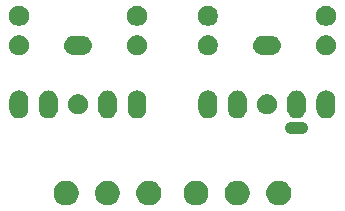
<source format=gbr>
G04 #@! TF.GenerationSoftware,KiCad,Pcbnew,(5.1.2)-1*
G04 #@! TF.CreationDate,2020-11-28T18:44:11+01:00*
G04 #@! TF.ProjectId,Kicad_Tweezers,4b696361-645f-4547-9765-657a6572732e,rev?*
G04 #@! TF.SameCoordinates,Original*
G04 #@! TF.FileFunction,Soldermask,Bot*
G04 #@! TF.FilePolarity,Negative*
%FSLAX46Y46*%
G04 Gerber Fmt 4.6, Leading zero omitted, Abs format (unit mm)*
G04 Created by KiCad (PCBNEW (5.1.2)-1) date 2020-11-28 18:44:11*
%MOMM*%
%LPD*%
G04 APERTURE LIST*
%ADD10C,1.000000*%
%ADD11C,0.100000*%
G04 APERTURE END LIST*
D10*
X143000000Y-98000000D02*
X144000000Y-98000000D01*
D11*
G36*
X127806564Y-102489389D02*
G01*
X127997833Y-102568615D01*
X127997835Y-102568616D01*
X128169973Y-102683635D01*
X128316365Y-102830027D01*
X128431385Y-103002167D01*
X128510611Y-103193436D01*
X128551000Y-103396484D01*
X128551000Y-103603516D01*
X128510611Y-103806564D01*
X128431385Y-103997833D01*
X128431384Y-103997835D01*
X128316365Y-104169973D01*
X128169973Y-104316365D01*
X127997835Y-104431384D01*
X127997834Y-104431385D01*
X127997833Y-104431385D01*
X127806564Y-104510611D01*
X127603516Y-104551000D01*
X127396484Y-104551000D01*
X127193436Y-104510611D01*
X127002167Y-104431385D01*
X127002166Y-104431385D01*
X127002165Y-104431384D01*
X126830027Y-104316365D01*
X126683635Y-104169973D01*
X126568616Y-103997835D01*
X126568615Y-103997833D01*
X126489389Y-103806564D01*
X126449000Y-103603516D01*
X126449000Y-103396484D01*
X126489389Y-103193436D01*
X126568615Y-103002167D01*
X126683635Y-102830027D01*
X126830027Y-102683635D01*
X127002165Y-102568616D01*
X127002167Y-102568615D01*
X127193436Y-102489389D01*
X127396484Y-102449000D01*
X127603516Y-102449000D01*
X127806564Y-102489389D01*
X127806564Y-102489389D01*
G37*
G36*
X131306564Y-102489389D02*
G01*
X131497833Y-102568615D01*
X131497835Y-102568616D01*
X131669973Y-102683635D01*
X131816365Y-102830027D01*
X131931385Y-103002167D01*
X132010611Y-103193436D01*
X132051000Y-103396484D01*
X132051000Y-103603516D01*
X132010611Y-103806564D01*
X131931385Y-103997833D01*
X131931384Y-103997835D01*
X131816365Y-104169973D01*
X131669973Y-104316365D01*
X131497835Y-104431384D01*
X131497834Y-104431385D01*
X131497833Y-104431385D01*
X131306564Y-104510611D01*
X131103516Y-104551000D01*
X130896484Y-104551000D01*
X130693436Y-104510611D01*
X130502167Y-104431385D01*
X130502166Y-104431385D01*
X130502165Y-104431384D01*
X130330027Y-104316365D01*
X130183635Y-104169973D01*
X130068616Y-103997835D01*
X130068615Y-103997833D01*
X129989389Y-103806564D01*
X129949000Y-103603516D01*
X129949000Y-103396484D01*
X129989389Y-103193436D01*
X130068615Y-103002167D01*
X130183635Y-102830027D01*
X130330027Y-102683635D01*
X130502165Y-102568616D01*
X130502167Y-102568615D01*
X130693436Y-102489389D01*
X130896484Y-102449000D01*
X131103516Y-102449000D01*
X131306564Y-102489389D01*
X131306564Y-102489389D01*
G37*
G36*
X135306564Y-102489389D02*
G01*
X135497833Y-102568615D01*
X135497835Y-102568616D01*
X135669973Y-102683635D01*
X135816365Y-102830027D01*
X135931385Y-103002167D01*
X136010611Y-103193436D01*
X136051000Y-103396484D01*
X136051000Y-103603516D01*
X136010611Y-103806564D01*
X135931385Y-103997833D01*
X135931384Y-103997835D01*
X135816365Y-104169973D01*
X135669973Y-104316365D01*
X135497835Y-104431384D01*
X135497834Y-104431385D01*
X135497833Y-104431385D01*
X135306564Y-104510611D01*
X135103516Y-104551000D01*
X134896484Y-104551000D01*
X134693436Y-104510611D01*
X134502167Y-104431385D01*
X134502166Y-104431385D01*
X134502165Y-104431384D01*
X134330027Y-104316365D01*
X134183635Y-104169973D01*
X134068616Y-103997835D01*
X134068615Y-103997833D01*
X133989389Y-103806564D01*
X133949000Y-103603516D01*
X133949000Y-103396484D01*
X133989389Y-103193436D01*
X134068615Y-103002167D01*
X134183635Y-102830027D01*
X134330027Y-102683635D01*
X134502165Y-102568616D01*
X134502167Y-102568615D01*
X134693436Y-102489389D01*
X134896484Y-102449000D01*
X135103516Y-102449000D01*
X135306564Y-102489389D01*
X135306564Y-102489389D01*
G37*
G36*
X124306564Y-102489389D02*
G01*
X124497833Y-102568615D01*
X124497835Y-102568616D01*
X124669973Y-102683635D01*
X124816365Y-102830027D01*
X124931385Y-103002167D01*
X125010611Y-103193436D01*
X125051000Y-103396484D01*
X125051000Y-103603516D01*
X125010611Y-103806564D01*
X124931385Y-103997833D01*
X124931384Y-103997835D01*
X124816365Y-104169973D01*
X124669973Y-104316365D01*
X124497835Y-104431384D01*
X124497834Y-104431385D01*
X124497833Y-104431385D01*
X124306564Y-104510611D01*
X124103516Y-104551000D01*
X123896484Y-104551000D01*
X123693436Y-104510611D01*
X123502167Y-104431385D01*
X123502166Y-104431385D01*
X123502165Y-104431384D01*
X123330027Y-104316365D01*
X123183635Y-104169973D01*
X123068616Y-103997835D01*
X123068615Y-103997833D01*
X122989389Y-103806564D01*
X122949000Y-103603516D01*
X122949000Y-103396484D01*
X122989389Y-103193436D01*
X123068615Y-103002167D01*
X123183635Y-102830027D01*
X123330027Y-102683635D01*
X123502165Y-102568616D01*
X123502167Y-102568615D01*
X123693436Y-102489389D01*
X123896484Y-102449000D01*
X124103516Y-102449000D01*
X124306564Y-102489389D01*
X124306564Y-102489389D01*
G37*
G36*
X142306564Y-102489389D02*
G01*
X142497833Y-102568615D01*
X142497835Y-102568616D01*
X142669973Y-102683635D01*
X142816365Y-102830027D01*
X142931385Y-103002167D01*
X143010611Y-103193436D01*
X143051000Y-103396484D01*
X143051000Y-103603516D01*
X143010611Y-103806564D01*
X142931385Y-103997833D01*
X142931384Y-103997835D01*
X142816365Y-104169973D01*
X142669973Y-104316365D01*
X142497835Y-104431384D01*
X142497834Y-104431385D01*
X142497833Y-104431385D01*
X142306564Y-104510611D01*
X142103516Y-104551000D01*
X141896484Y-104551000D01*
X141693436Y-104510611D01*
X141502167Y-104431385D01*
X141502166Y-104431385D01*
X141502165Y-104431384D01*
X141330027Y-104316365D01*
X141183635Y-104169973D01*
X141068616Y-103997835D01*
X141068615Y-103997833D01*
X140989389Y-103806564D01*
X140949000Y-103603516D01*
X140949000Y-103396484D01*
X140989389Y-103193436D01*
X141068615Y-103002167D01*
X141183635Y-102830027D01*
X141330027Y-102683635D01*
X141502165Y-102568616D01*
X141502167Y-102568615D01*
X141693436Y-102489389D01*
X141896484Y-102449000D01*
X142103516Y-102449000D01*
X142306564Y-102489389D01*
X142306564Y-102489389D01*
G37*
G36*
X138806564Y-102489389D02*
G01*
X138997833Y-102568615D01*
X138997835Y-102568616D01*
X139169973Y-102683635D01*
X139316365Y-102830027D01*
X139431385Y-103002167D01*
X139510611Y-103193436D01*
X139551000Y-103396484D01*
X139551000Y-103603516D01*
X139510611Y-103806564D01*
X139431385Y-103997833D01*
X139431384Y-103997835D01*
X139316365Y-104169973D01*
X139169973Y-104316365D01*
X138997835Y-104431384D01*
X138997834Y-104431385D01*
X138997833Y-104431385D01*
X138806564Y-104510611D01*
X138603516Y-104551000D01*
X138396484Y-104551000D01*
X138193436Y-104510611D01*
X138002167Y-104431385D01*
X138002166Y-104431385D01*
X138002165Y-104431384D01*
X137830027Y-104316365D01*
X137683635Y-104169973D01*
X137568616Y-103997835D01*
X137568615Y-103997833D01*
X137489389Y-103806564D01*
X137449000Y-103603516D01*
X137449000Y-103396484D01*
X137489389Y-103193436D01*
X137568615Y-103002167D01*
X137683635Y-102830027D01*
X137830027Y-102683635D01*
X138002165Y-102568616D01*
X138002167Y-102568615D01*
X138193436Y-102489389D01*
X138396484Y-102449000D01*
X138603516Y-102449000D01*
X138806564Y-102489389D01*
X138806564Y-102489389D01*
G37*
G36*
X143657022Y-94835590D02*
G01*
X143757681Y-94866125D01*
X143808012Y-94881392D01*
X143947164Y-94955771D01*
X144069133Y-95055867D01*
X144145565Y-95149000D01*
X144169229Y-95177835D01*
X144243608Y-95316987D01*
X144250281Y-95338985D01*
X144289410Y-95467977D01*
X144301000Y-95585655D01*
X144301000Y-96414345D01*
X144289410Y-96532023D01*
X144258875Y-96632682D01*
X144243608Y-96683013D01*
X144169229Y-96822165D01*
X144069133Y-96944133D01*
X143947165Y-97044229D01*
X143808013Y-97118608D01*
X143757682Y-97133875D01*
X143657023Y-97164410D01*
X143500000Y-97179875D01*
X143342978Y-97164410D01*
X143242319Y-97133875D01*
X143191988Y-97118608D01*
X143052836Y-97044229D01*
X142930868Y-96944133D01*
X142830772Y-96822165D01*
X142756393Y-96683013D01*
X142741125Y-96632682D01*
X142710590Y-96532023D01*
X142699000Y-96414345D01*
X142699000Y-95585656D01*
X142710590Y-95467978D01*
X142741125Y-95367319D01*
X142756392Y-95316988D01*
X142830771Y-95177836D01*
X142854436Y-95149000D01*
X142930867Y-95055867D01*
X143052835Y-94955771D01*
X143191987Y-94881392D01*
X143242318Y-94866125D01*
X143342977Y-94835590D01*
X143500000Y-94820125D01*
X143657022Y-94835590D01*
X143657022Y-94835590D01*
G37*
G36*
X146157022Y-94835590D02*
G01*
X146257681Y-94866125D01*
X146308012Y-94881392D01*
X146447164Y-94955771D01*
X146569133Y-95055867D01*
X146645565Y-95149000D01*
X146669229Y-95177835D01*
X146743608Y-95316987D01*
X146750281Y-95338985D01*
X146789410Y-95467977D01*
X146801000Y-95585655D01*
X146801000Y-96414345D01*
X146789410Y-96532023D01*
X146758875Y-96632682D01*
X146743608Y-96683013D01*
X146669229Y-96822165D01*
X146569133Y-96944133D01*
X146447165Y-97044229D01*
X146308013Y-97118608D01*
X146257682Y-97133875D01*
X146157023Y-97164410D01*
X146000000Y-97179875D01*
X145842978Y-97164410D01*
X145742319Y-97133875D01*
X145691988Y-97118608D01*
X145552836Y-97044229D01*
X145430868Y-96944133D01*
X145330772Y-96822165D01*
X145256393Y-96683013D01*
X145241125Y-96632682D01*
X145210590Y-96532023D01*
X145199000Y-96414345D01*
X145199000Y-95585656D01*
X145210590Y-95467978D01*
X145241125Y-95367319D01*
X145256392Y-95316988D01*
X145330771Y-95177836D01*
X145354436Y-95149000D01*
X145430867Y-95055867D01*
X145552835Y-94955771D01*
X145691987Y-94881392D01*
X145742318Y-94866125D01*
X145842977Y-94835590D01*
X146000000Y-94820125D01*
X146157022Y-94835590D01*
X146157022Y-94835590D01*
G37*
G36*
X136157022Y-94835590D02*
G01*
X136257681Y-94866125D01*
X136308012Y-94881392D01*
X136447164Y-94955771D01*
X136569133Y-95055867D01*
X136645565Y-95149000D01*
X136669229Y-95177835D01*
X136743608Y-95316987D01*
X136750281Y-95338985D01*
X136789410Y-95467977D01*
X136801000Y-95585655D01*
X136801000Y-96414345D01*
X136789410Y-96532023D01*
X136758875Y-96632682D01*
X136743608Y-96683013D01*
X136669229Y-96822165D01*
X136569133Y-96944133D01*
X136447165Y-97044229D01*
X136308013Y-97118608D01*
X136257682Y-97133875D01*
X136157023Y-97164410D01*
X136000000Y-97179875D01*
X135842978Y-97164410D01*
X135742319Y-97133875D01*
X135691988Y-97118608D01*
X135552836Y-97044229D01*
X135430868Y-96944133D01*
X135330772Y-96822165D01*
X135256393Y-96683013D01*
X135241125Y-96632682D01*
X135210590Y-96532023D01*
X135199000Y-96414345D01*
X135199000Y-95585656D01*
X135210590Y-95467978D01*
X135241125Y-95367319D01*
X135256392Y-95316988D01*
X135330771Y-95177836D01*
X135354436Y-95149000D01*
X135430867Y-95055867D01*
X135552835Y-94955771D01*
X135691987Y-94881392D01*
X135742318Y-94866125D01*
X135842977Y-94835590D01*
X136000000Y-94820125D01*
X136157022Y-94835590D01*
X136157022Y-94835590D01*
G37*
G36*
X138657022Y-94835590D02*
G01*
X138757681Y-94866125D01*
X138808012Y-94881392D01*
X138947164Y-94955771D01*
X139069133Y-95055867D01*
X139145565Y-95149000D01*
X139169229Y-95177835D01*
X139243608Y-95316987D01*
X139250281Y-95338985D01*
X139289410Y-95467977D01*
X139301000Y-95585655D01*
X139301000Y-96414345D01*
X139289410Y-96532023D01*
X139258875Y-96632682D01*
X139243608Y-96683013D01*
X139169229Y-96822165D01*
X139069133Y-96944133D01*
X138947165Y-97044229D01*
X138808013Y-97118608D01*
X138757682Y-97133875D01*
X138657023Y-97164410D01*
X138500000Y-97179875D01*
X138342978Y-97164410D01*
X138242319Y-97133875D01*
X138191988Y-97118608D01*
X138052836Y-97044229D01*
X137930868Y-96944133D01*
X137830772Y-96822165D01*
X137756393Y-96683013D01*
X137741125Y-96632682D01*
X137710590Y-96532023D01*
X137699000Y-96414345D01*
X137699000Y-95585656D01*
X137710590Y-95467978D01*
X137741125Y-95367319D01*
X137756392Y-95316988D01*
X137830771Y-95177836D01*
X137854436Y-95149000D01*
X137930867Y-95055867D01*
X138052835Y-94955771D01*
X138191987Y-94881392D01*
X138242318Y-94866125D01*
X138342977Y-94835590D01*
X138500000Y-94820125D01*
X138657022Y-94835590D01*
X138657022Y-94835590D01*
G37*
G36*
X130157022Y-94835590D02*
G01*
X130257681Y-94866125D01*
X130308012Y-94881392D01*
X130447164Y-94955771D01*
X130569133Y-95055867D01*
X130645565Y-95149000D01*
X130669229Y-95177835D01*
X130743608Y-95316987D01*
X130750281Y-95338985D01*
X130789410Y-95467977D01*
X130801000Y-95585655D01*
X130801000Y-96414345D01*
X130789410Y-96532023D01*
X130758875Y-96632682D01*
X130743608Y-96683013D01*
X130669229Y-96822165D01*
X130569133Y-96944133D01*
X130447165Y-97044229D01*
X130308013Y-97118608D01*
X130257682Y-97133875D01*
X130157023Y-97164410D01*
X130000000Y-97179875D01*
X129842978Y-97164410D01*
X129742319Y-97133875D01*
X129691988Y-97118608D01*
X129552836Y-97044229D01*
X129430868Y-96944133D01*
X129330772Y-96822165D01*
X129256393Y-96683013D01*
X129241125Y-96632682D01*
X129210590Y-96532023D01*
X129199000Y-96414345D01*
X129199000Y-95585656D01*
X129210590Y-95467978D01*
X129241125Y-95367319D01*
X129256392Y-95316988D01*
X129330771Y-95177836D01*
X129354436Y-95149000D01*
X129430867Y-95055867D01*
X129552835Y-94955771D01*
X129691987Y-94881392D01*
X129742318Y-94866125D01*
X129842977Y-94835590D01*
X130000000Y-94820125D01*
X130157022Y-94835590D01*
X130157022Y-94835590D01*
G37*
G36*
X120157022Y-94835590D02*
G01*
X120257681Y-94866125D01*
X120308012Y-94881392D01*
X120447164Y-94955771D01*
X120569133Y-95055867D01*
X120645565Y-95149000D01*
X120669229Y-95177835D01*
X120743608Y-95316987D01*
X120750281Y-95338985D01*
X120789410Y-95467977D01*
X120801000Y-95585655D01*
X120801000Y-96414345D01*
X120789410Y-96532023D01*
X120758875Y-96632682D01*
X120743608Y-96683013D01*
X120669229Y-96822165D01*
X120569133Y-96944133D01*
X120447165Y-97044229D01*
X120308013Y-97118608D01*
X120257682Y-97133875D01*
X120157023Y-97164410D01*
X120000000Y-97179875D01*
X119842978Y-97164410D01*
X119742319Y-97133875D01*
X119691988Y-97118608D01*
X119552836Y-97044229D01*
X119430868Y-96944133D01*
X119330772Y-96822165D01*
X119256393Y-96683013D01*
X119241125Y-96632682D01*
X119210590Y-96532023D01*
X119199000Y-96414345D01*
X119199000Y-95585656D01*
X119210590Y-95467978D01*
X119241125Y-95367319D01*
X119256392Y-95316988D01*
X119330771Y-95177836D01*
X119354436Y-95149000D01*
X119430867Y-95055867D01*
X119552835Y-94955771D01*
X119691987Y-94881392D01*
X119742318Y-94866125D01*
X119842977Y-94835590D01*
X120000000Y-94820125D01*
X120157022Y-94835590D01*
X120157022Y-94835590D01*
G37*
G36*
X122657022Y-94835590D02*
G01*
X122757681Y-94866125D01*
X122808012Y-94881392D01*
X122947164Y-94955771D01*
X123069133Y-95055867D01*
X123145565Y-95149000D01*
X123169229Y-95177835D01*
X123243608Y-95316987D01*
X123250281Y-95338985D01*
X123289410Y-95467977D01*
X123301000Y-95585655D01*
X123301000Y-96414345D01*
X123289410Y-96532023D01*
X123258875Y-96632682D01*
X123243608Y-96683013D01*
X123169229Y-96822165D01*
X123069133Y-96944133D01*
X122947165Y-97044229D01*
X122808013Y-97118608D01*
X122757682Y-97133875D01*
X122657023Y-97164410D01*
X122500000Y-97179875D01*
X122342978Y-97164410D01*
X122242319Y-97133875D01*
X122191988Y-97118608D01*
X122052836Y-97044229D01*
X121930868Y-96944133D01*
X121830772Y-96822165D01*
X121756393Y-96683013D01*
X121741125Y-96632682D01*
X121710590Y-96532023D01*
X121699000Y-96414345D01*
X121699000Y-95585656D01*
X121710590Y-95467978D01*
X121741125Y-95367319D01*
X121756392Y-95316988D01*
X121830771Y-95177836D01*
X121854436Y-95149000D01*
X121930867Y-95055867D01*
X122052835Y-94955771D01*
X122191987Y-94881392D01*
X122242318Y-94866125D01*
X122342977Y-94835590D01*
X122500000Y-94820125D01*
X122657022Y-94835590D01*
X122657022Y-94835590D01*
G37*
G36*
X127657022Y-94835590D02*
G01*
X127757681Y-94866125D01*
X127808012Y-94881392D01*
X127947164Y-94955771D01*
X128069133Y-95055867D01*
X128145565Y-95149000D01*
X128169229Y-95177835D01*
X128243608Y-95316987D01*
X128250281Y-95338985D01*
X128289410Y-95467977D01*
X128301000Y-95585655D01*
X128301000Y-96414345D01*
X128289410Y-96532023D01*
X128258875Y-96632682D01*
X128243608Y-96683013D01*
X128169229Y-96822165D01*
X128069133Y-96944133D01*
X127947165Y-97044229D01*
X127808013Y-97118608D01*
X127757682Y-97133875D01*
X127657023Y-97164410D01*
X127500000Y-97179875D01*
X127342978Y-97164410D01*
X127242319Y-97133875D01*
X127191988Y-97118608D01*
X127052836Y-97044229D01*
X126930868Y-96944133D01*
X126830772Y-96822165D01*
X126756393Y-96683013D01*
X126741125Y-96632682D01*
X126710590Y-96532023D01*
X126699000Y-96414345D01*
X126699000Y-95585656D01*
X126710590Y-95467978D01*
X126741125Y-95367319D01*
X126756392Y-95316988D01*
X126830771Y-95177836D01*
X126854436Y-95149000D01*
X126930867Y-95055867D01*
X127052835Y-94955771D01*
X127191987Y-94881392D01*
X127242318Y-94866125D01*
X127342977Y-94835590D01*
X127500000Y-94820125D01*
X127657022Y-94835590D01*
X127657022Y-94835590D01*
G37*
G36*
X141248228Y-95181703D02*
G01*
X141403100Y-95245853D01*
X141542481Y-95338985D01*
X141661015Y-95457519D01*
X141754147Y-95596900D01*
X141818297Y-95751772D01*
X141851000Y-95916184D01*
X141851000Y-96083816D01*
X141818297Y-96248228D01*
X141754147Y-96403100D01*
X141661015Y-96542481D01*
X141542481Y-96661015D01*
X141403100Y-96754147D01*
X141248228Y-96818297D01*
X141083816Y-96851000D01*
X140916184Y-96851000D01*
X140751772Y-96818297D01*
X140596900Y-96754147D01*
X140457519Y-96661015D01*
X140338985Y-96542481D01*
X140245853Y-96403100D01*
X140181703Y-96248228D01*
X140149000Y-96083816D01*
X140149000Y-95916184D01*
X140181703Y-95751772D01*
X140245853Y-95596900D01*
X140338985Y-95457519D01*
X140457519Y-95338985D01*
X140596900Y-95245853D01*
X140751772Y-95181703D01*
X140916184Y-95149000D01*
X141083816Y-95149000D01*
X141248228Y-95181703D01*
X141248228Y-95181703D01*
G37*
G36*
X125248228Y-95181703D02*
G01*
X125403100Y-95245853D01*
X125542481Y-95338985D01*
X125661015Y-95457519D01*
X125754147Y-95596900D01*
X125818297Y-95751772D01*
X125851000Y-95916184D01*
X125851000Y-96083816D01*
X125818297Y-96248228D01*
X125754147Y-96403100D01*
X125661015Y-96542481D01*
X125542481Y-96661015D01*
X125403100Y-96754147D01*
X125248228Y-96818297D01*
X125083816Y-96851000D01*
X124916184Y-96851000D01*
X124751772Y-96818297D01*
X124596900Y-96754147D01*
X124457519Y-96661015D01*
X124338985Y-96542481D01*
X124245853Y-96403100D01*
X124181703Y-96248228D01*
X124149000Y-96083816D01*
X124149000Y-95916184D01*
X124181703Y-95751772D01*
X124245853Y-95596900D01*
X124338985Y-95457519D01*
X124457519Y-95338985D01*
X124596900Y-95245853D01*
X124751772Y-95181703D01*
X124916184Y-95149000D01*
X125083816Y-95149000D01*
X125248228Y-95181703D01*
X125248228Y-95181703D01*
G37*
G36*
X120248228Y-90181703D02*
G01*
X120403100Y-90245853D01*
X120542481Y-90338985D01*
X120661015Y-90457519D01*
X120754147Y-90596900D01*
X120818297Y-90751772D01*
X120851000Y-90916184D01*
X120851000Y-91083816D01*
X120818297Y-91248228D01*
X120754147Y-91403100D01*
X120661015Y-91542481D01*
X120542481Y-91661015D01*
X120403100Y-91754147D01*
X120248228Y-91818297D01*
X120083816Y-91851000D01*
X119916184Y-91851000D01*
X119751772Y-91818297D01*
X119596900Y-91754147D01*
X119457519Y-91661015D01*
X119338985Y-91542481D01*
X119245853Y-91403100D01*
X119181703Y-91248228D01*
X119149000Y-91083816D01*
X119149000Y-90916184D01*
X119181703Y-90751772D01*
X119245853Y-90596900D01*
X119338985Y-90457519D01*
X119457519Y-90338985D01*
X119596900Y-90245853D01*
X119751772Y-90181703D01*
X119916184Y-90149000D01*
X120083816Y-90149000D01*
X120248228Y-90181703D01*
X120248228Y-90181703D01*
G37*
G36*
X130248228Y-90181703D02*
G01*
X130403100Y-90245853D01*
X130542481Y-90338985D01*
X130661015Y-90457519D01*
X130754147Y-90596900D01*
X130818297Y-90751772D01*
X130851000Y-90916184D01*
X130851000Y-91083816D01*
X130818297Y-91248228D01*
X130754147Y-91403100D01*
X130661015Y-91542481D01*
X130542481Y-91661015D01*
X130403100Y-91754147D01*
X130248228Y-91818297D01*
X130083816Y-91851000D01*
X129916184Y-91851000D01*
X129751772Y-91818297D01*
X129596900Y-91754147D01*
X129457519Y-91661015D01*
X129338985Y-91542481D01*
X129245853Y-91403100D01*
X129181703Y-91248228D01*
X129149000Y-91083816D01*
X129149000Y-90916184D01*
X129181703Y-90751772D01*
X129245853Y-90596900D01*
X129338985Y-90457519D01*
X129457519Y-90338985D01*
X129596900Y-90245853D01*
X129751772Y-90181703D01*
X129916184Y-90149000D01*
X130083816Y-90149000D01*
X130248228Y-90181703D01*
X130248228Y-90181703D01*
G37*
G36*
X136248228Y-90181703D02*
G01*
X136403100Y-90245853D01*
X136542481Y-90338985D01*
X136661015Y-90457519D01*
X136754147Y-90596900D01*
X136818297Y-90751772D01*
X136851000Y-90916184D01*
X136851000Y-91083816D01*
X136818297Y-91248228D01*
X136754147Y-91403100D01*
X136661015Y-91542481D01*
X136542481Y-91661015D01*
X136403100Y-91754147D01*
X136248228Y-91818297D01*
X136083816Y-91851000D01*
X135916184Y-91851000D01*
X135751772Y-91818297D01*
X135596900Y-91754147D01*
X135457519Y-91661015D01*
X135338985Y-91542481D01*
X135245853Y-91403100D01*
X135181703Y-91248228D01*
X135149000Y-91083816D01*
X135149000Y-90916184D01*
X135181703Y-90751772D01*
X135245853Y-90596900D01*
X135338985Y-90457519D01*
X135457519Y-90338985D01*
X135596900Y-90245853D01*
X135751772Y-90181703D01*
X135916184Y-90149000D01*
X136083816Y-90149000D01*
X136248228Y-90181703D01*
X136248228Y-90181703D01*
G37*
G36*
X146248228Y-90181703D02*
G01*
X146403100Y-90245853D01*
X146542481Y-90338985D01*
X146661015Y-90457519D01*
X146754147Y-90596900D01*
X146818297Y-90751772D01*
X146851000Y-90916184D01*
X146851000Y-91083816D01*
X146818297Y-91248228D01*
X146754147Y-91403100D01*
X146661015Y-91542481D01*
X146542481Y-91661015D01*
X146403100Y-91754147D01*
X146248228Y-91818297D01*
X146083816Y-91851000D01*
X145916184Y-91851000D01*
X145751772Y-91818297D01*
X145596900Y-91754147D01*
X145457519Y-91661015D01*
X145338985Y-91542481D01*
X145245853Y-91403100D01*
X145181703Y-91248228D01*
X145149000Y-91083816D01*
X145149000Y-90916184D01*
X145181703Y-90751772D01*
X145245853Y-90596900D01*
X145338985Y-90457519D01*
X145457519Y-90338985D01*
X145596900Y-90245853D01*
X145751772Y-90181703D01*
X145916184Y-90149000D01*
X146083816Y-90149000D01*
X146248228Y-90181703D01*
X146248228Y-90181703D01*
G37*
G36*
X125453571Y-90202863D02*
G01*
X125532023Y-90210590D01*
X125632682Y-90241125D01*
X125683013Y-90256392D01*
X125822165Y-90330771D01*
X125944133Y-90430867D01*
X126044229Y-90552835D01*
X126118608Y-90691987D01*
X126118608Y-90691988D01*
X126164410Y-90842977D01*
X126179875Y-91000000D01*
X126164410Y-91157023D01*
X126136743Y-91248228D01*
X126118608Y-91308013D01*
X126044229Y-91447165D01*
X125944133Y-91569133D01*
X125822165Y-91669229D01*
X125683013Y-91743608D01*
X125632682Y-91758875D01*
X125532023Y-91789410D01*
X125453571Y-91797137D01*
X125414346Y-91801000D01*
X124585654Y-91801000D01*
X124546429Y-91797137D01*
X124467977Y-91789410D01*
X124367318Y-91758875D01*
X124316987Y-91743608D01*
X124177835Y-91669229D01*
X124055867Y-91569133D01*
X123955771Y-91447165D01*
X123881392Y-91308013D01*
X123863257Y-91248228D01*
X123835590Y-91157023D01*
X123820125Y-91000000D01*
X123835590Y-90842977D01*
X123881392Y-90691988D01*
X123881392Y-90691987D01*
X123955771Y-90552835D01*
X124055867Y-90430867D01*
X124177835Y-90330771D01*
X124316987Y-90256392D01*
X124367318Y-90241125D01*
X124467977Y-90210590D01*
X124546429Y-90202863D01*
X124585654Y-90199000D01*
X125414346Y-90199000D01*
X125453571Y-90202863D01*
X125453571Y-90202863D01*
G37*
G36*
X141453571Y-90202863D02*
G01*
X141532023Y-90210590D01*
X141632682Y-90241125D01*
X141683013Y-90256392D01*
X141822165Y-90330771D01*
X141944133Y-90430867D01*
X142044229Y-90552835D01*
X142118608Y-90691987D01*
X142118608Y-90691988D01*
X142164410Y-90842977D01*
X142179875Y-91000000D01*
X142164410Y-91157023D01*
X142136743Y-91248228D01*
X142118608Y-91308013D01*
X142044229Y-91447165D01*
X141944133Y-91569133D01*
X141822165Y-91669229D01*
X141683013Y-91743608D01*
X141632682Y-91758875D01*
X141532023Y-91789410D01*
X141453571Y-91797137D01*
X141414346Y-91801000D01*
X140585654Y-91801000D01*
X140546429Y-91797137D01*
X140467977Y-91789410D01*
X140367318Y-91758875D01*
X140316987Y-91743608D01*
X140177835Y-91669229D01*
X140055867Y-91569133D01*
X139955771Y-91447165D01*
X139881392Y-91308013D01*
X139863257Y-91248228D01*
X139835590Y-91157023D01*
X139820125Y-91000000D01*
X139835590Y-90842977D01*
X139881392Y-90691988D01*
X139881392Y-90691987D01*
X139955771Y-90552835D01*
X140055867Y-90430867D01*
X140177835Y-90330771D01*
X140316987Y-90256392D01*
X140367318Y-90241125D01*
X140467977Y-90210590D01*
X140546429Y-90202863D01*
X140585654Y-90199000D01*
X141414346Y-90199000D01*
X141453571Y-90202863D01*
X141453571Y-90202863D01*
G37*
G36*
X136248228Y-87681703D02*
G01*
X136403100Y-87745853D01*
X136542481Y-87838985D01*
X136661015Y-87957519D01*
X136754147Y-88096900D01*
X136818297Y-88251772D01*
X136851000Y-88416184D01*
X136851000Y-88583816D01*
X136818297Y-88748228D01*
X136754147Y-88903100D01*
X136661015Y-89042481D01*
X136542481Y-89161015D01*
X136403100Y-89254147D01*
X136248228Y-89318297D01*
X136083816Y-89351000D01*
X135916184Y-89351000D01*
X135751772Y-89318297D01*
X135596900Y-89254147D01*
X135457519Y-89161015D01*
X135338985Y-89042481D01*
X135245853Y-88903100D01*
X135181703Y-88748228D01*
X135149000Y-88583816D01*
X135149000Y-88416184D01*
X135181703Y-88251772D01*
X135245853Y-88096900D01*
X135338985Y-87957519D01*
X135457519Y-87838985D01*
X135596900Y-87745853D01*
X135751772Y-87681703D01*
X135916184Y-87649000D01*
X136083816Y-87649000D01*
X136248228Y-87681703D01*
X136248228Y-87681703D01*
G37*
G36*
X146248228Y-87681703D02*
G01*
X146403100Y-87745853D01*
X146542481Y-87838985D01*
X146661015Y-87957519D01*
X146754147Y-88096900D01*
X146818297Y-88251772D01*
X146851000Y-88416184D01*
X146851000Y-88583816D01*
X146818297Y-88748228D01*
X146754147Y-88903100D01*
X146661015Y-89042481D01*
X146542481Y-89161015D01*
X146403100Y-89254147D01*
X146248228Y-89318297D01*
X146083816Y-89351000D01*
X145916184Y-89351000D01*
X145751772Y-89318297D01*
X145596900Y-89254147D01*
X145457519Y-89161015D01*
X145338985Y-89042481D01*
X145245853Y-88903100D01*
X145181703Y-88748228D01*
X145149000Y-88583816D01*
X145149000Y-88416184D01*
X145181703Y-88251772D01*
X145245853Y-88096900D01*
X145338985Y-87957519D01*
X145457519Y-87838985D01*
X145596900Y-87745853D01*
X145751772Y-87681703D01*
X145916184Y-87649000D01*
X146083816Y-87649000D01*
X146248228Y-87681703D01*
X146248228Y-87681703D01*
G37*
G36*
X130248228Y-87681703D02*
G01*
X130403100Y-87745853D01*
X130542481Y-87838985D01*
X130661015Y-87957519D01*
X130754147Y-88096900D01*
X130818297Y-88251772D01*
X130851000Y-88416184D01*
X130851000Y-88583816D01*
X130818297Y-88748228D01*
X130754147Y-88903100D01*
X130661015Y-89042481D01*
X130542481Y-89161015D01*
X130403100Y-89254147D01*
X130248228Y-89318297D01*
X130083816Y-89351000D01*
X129916184Y-89351000D01*
X129751772Y-89318297D01*
X129596900Y-89254147D01*
X129457519Y-89161015D01*
X129338985Y-89042481D01*
X129245853Y-88903100D01*
X129181703Y-88748228D01*
X129149000Y-88583816D01*
X129149000Y-88416184D01*
X129181703Y-88251772D01*
X129245853Y-88096900D01*
X129338985Y-87957519D01*
X129457519Y-87838985D01*
X129596900Y-87745853D01*
X129751772Y-87681703D01*
X129916184Y-87649000D01*
X130083816Y-87649000D01*
X130248228Y-87681703D01*
X130248228Y-87681703D01*
G37*
G36*
X120248228Y-87681703D02*
G01*
X120403100Y-87745853D01*
X120542481Y-87838985D01*
X120661015Y-87957519D01*
X120754147Y-88096900D01*
X120818297Y-88251772D01*
X120851000Y-88416184D01*
X120851000Y-88583816D01*
X120818297Y-88748228D01*
X120754147Y-88903100D01*
X120661015Y-89042481D01*
X120542481Y-89161015D01*
X120403100Y-89254147D01*
X120248228Y-89318297D01*
X120083816Y-89351000D01*
X119916184Y-89351000D01*
X119751772Y-89318297D01*
X119596900Y-89254147D01*
X119457519Y-89161015D01*
X119338985Y-89042481D01*
X119245853Y-88903100D01*
X119181703Y-88748228D01*
X119149000Y-88583816D01*
X119149000Y-88416184D01*
X119181703Y-88251772D01*
X119245853Y-88096900D01*
X119338985Y-87957519D01*
X119457519Y-87838985D01*
X119596900Y-87745853D01*
X119751772Y-87681703D01*
X119916184Y-87649000D01*
X120083816Y-87649000D01*
X120248228Y-87681703D01*
X120248228Y-87681703D01*
G37*
M02*

</source>
